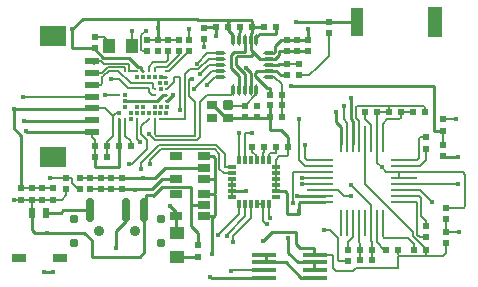
<source format=gtl>
G04 Layer_Physical_Order=1*
G04 Layer_Color=255*
%FSLAX25Y25*%
%MOIN*%
G70*
G01*
G75*
%ADD10R,0.01969X0.02362*%
%ADD11R,0.02362X0.01969*%
%ADD12R,0.09000X0.00900*%
%ADD13R,0.00900X0.09000*%
%ADD14R,0.01200X0.02800*%
%ADD15R,0.02800X0.01200*%
%ADD16R,0.08700X0.07100*%
%ADD17R,0.05100X0.02400*%
%ADD18R,0.03937X0.05118*%
G04:AMPARAMS|DCode=19|XSize=35.43mil|YSize=31.5mil|CornerRadius=7.87mil|HoleSize=0mil|Usage=FLASHONLY|Rotation=180.000|XOffset=0mil|YOffset=0mil|HoleType=Round|Shape=RoundedRectangle|*
%AMROUNDEDRECTD19*
21,1,0.03543,0.01575,0,0,180.0*
21,1,0.01969,0.03150,0,0,180.0*
1,1,0.01575,-0.00984,0.00787*
1,1,0.01575,0.00984,0.00787*
1,1,0.01575,0.00984,-0.00787*
1,1,0.01575,-0.00984,-0.00787*
%
%ADD19ROUNDEDRECTD19*%
%ADD20R,0.03543X0.03150*%
G04:AMPARAMS|DCode=21|XSize=39mil|YSize=12mil|CornerRadius=6mil|HoleSize=0mil|Usage=FLASHONLY|Rotation=90.000|XOffset=0mil|YOffset=0mil|HoleType=Round|Shape=RoundedRectangle|*
%AMROUNDEDRECTD21*
21,1,0.03900,0.00000,0,0,90.0*
21,1,0.02700,0.01200,0,0,90.0*
1,1,0.01200,0.00000,0.01350*
1,1,0.01200,0.00000,-0.01350*
1,1,0.01200,0.00000,-0.01350*
1,1,0.01200,0.00000,0.01350*
%
%ADD21ROUNDEDRECTD21*%
G04:AMPARAMS|DCode=22|XSize=39mil|YSize=12mil|CornerRadius=6mil|HoleSize=0mil|Usage=FLASHONLY|Rotation=0.000|XOffset=0mil|YOffset=0mil|HoleType=Round|Shape=RoundedRectangle|*
%AMROUNDEDRECTD22*
21,1,0.03900,0.00000,0,0,0.0*
21,1,0.02700,0.01200,0,0,0.0*
1,1,0.01200,0.01350,0.00000*
1,1,0.01200,-0.01350,0.00000*
1,1,0.01200,-0.01350,0.00000*
1,1,0.01200,0.01350,0.00000*
%
%ADD22ROUNDEDRECTD22*%
%ADD23R,0.04000X0.09646*%
%ADD24R,0.03937X0.02756*%
%ADD25R,0.03937X0.02559*%
%ADD26R,0.05118X0.03937*%
G04:AMPARAMS|DCode=27|XSize=27.56mil|YSize=78.74mil|CornerRadius=6.89mil|HoleSize=0mil|Usage=FLASHONLY|Rotation=0.000|XOffset=0mil|YOffset=0mil|HoleType=Round|Shape=RoundedRectangle|*
%AMROUNDEDRECTD27*
21,1,0.02756,0.06496,0,0,0.0*
21,1,0.01378,0.07874,0,0,0.0*
1,1,0.01378,0.00689,-0.03248*
1,1,0.01378,-0.00689,-0.03248*
1,1,0.01378,-0.00689,0.03248*
1,1,0.01378,0.00689,0.03248*
%
%ADD27ROUNDEDRECTD27*%
G04:AMPARAMS|DCode=28|XSize=27.56mil|YSize=27.56mil|CornerRadius=6.89mil|HoleSize=0mil|Usage=FLASHONLY|Rotation=0.000|XOffset=0mil|YOffset=0mil|HoleType=Round|Shape=RoundedRectangle|*
%AMROUNDEDRECTD28*
21,1,0.02756,0.01378,0,0,0.0*
21,1,0.01378,0.02756,0,0,0.0*
1,1,0.01378,0.00689,-0.00689*
1,1,0.01378,-0.00689,-0.00689*
1,1,0.01378,-0.00689,0.00689*
1,1,0.01378,0.00689,0.00689*
%
%ADD28ROUNDEDRECTD28*%
%ADD29R,0.04724X0.03150*%
%ADD30R,0.02362X0.03347*%
%ADD31R,0.08000X0.01700*%
%ADD32C,0.01100*%
%ADD33C,0.01000*%
%ADD34C,0.00787*%
%ADD35R,0.04724X0.10236*%
%ADD36C,0.01575*%
%ADD37C,0.03543*%
D10*
X145000Y48469D02*
D03*
Y44532D02*
D03*
Y56968D02*
D03*
Y53031D02*
D03*
X146000Y15531D02*
D03*
Y19468D02*
D03*
Y23531D02*
D03*
Y27468D02*
D03*
X113500Y13468D02*
D03*
Y9532D02*
D03*
X139469Y17531D02*
D03*
Y21468D02*
D03*
Y47032D02*
D03*
Y50968D02*
D03*
X29000Y84469D02*
D03*
Y80532D02*
D03*
X46500Y79532D02*
D03*
Y83469D02*
D03*
X60500Y83469D02*
D03*
Y79532D02*
D03*
X53500Y83469D02*
D03*
Y79532D02*
D03*
X50000Y83469D02*
D03*
Y79532D02*
D03*
X57000Y79532D02*
D03*
Y83469D02*
D03*
X79000Y57563D02*
D03*
Y61500D02*
D03*
X65500Y83563D02*
D03*
Y87500D02*
D03*
X93000Y71563D02*
D03*
Y75500D02*
D03*
X83000Y61500D02*
D03*
Y57563D02*
D03*
X96500Y79563D02*
D03*
Y83500D02*
D03*
X100000Y79563D02*
D03*
Y83500D02*
D03*
X93000Y79563D02*
D03*
Y83500D02*
D03*
X97000Y75500D02*
D03*
Y71563D02*
D03*
X107000Y89468D02*
D03*
Y85532D02*
D03*
X24000Y37500D02*
D03*
Y33563D02*
D03*
X27500Y37500D02*
D03*
Y33563D02*
D03*
X31000Y37500D02*
D03*
Y33563D02*
D03*
X34500Y37500D02*
D03*
Y33563D02*
D03*
X38000Y37500D02*
D03*
Y33563D02*
D03*
X63500Y11095D02*
D03*
Y15032D02*
D03*
X15000Y30095D02*
D03*
Y34032D02*
D03*
X11500Y30063D02*
D03*
Y34000D02*
D03*
X8000Y30063D02*
D03*
Y34000D02*
D03*
X19500Y33563D02*
D03*
Y37500D02*
D03*
X4500Y30063D02*
D03*
Y34000D02*
D03*
D11*
X119000Y59500D02*
D03*
X122937D02*
D03*
X135000D02*
D03*
X138937D02*
D03*
X130937Y59500D02*
D03*
X127000D02*
D03*
X129937Y13500D02*
D03*
X126000D02*
D03*
X139437D02*
D03*
X135500D02*
D03*
X117500Y13500D02*
D03*
X121437D02*
D03*
X117500Y10000D02*
D03*
X121437D02*
D03*
X93468Y47609D02*
D03*
X89531D02*
D03*
X81532Y47609D02*
D03*
X85469D02*
D03*
X40968Y48000D02*
D03*
X37031D02*
D03*
X32969D02*
D03*
X29032D02*
D03*
X32969Y44500D02*
D03*
X29032D02*
D03*
X73469Y87532D02*
D03*
X69532D02*
D03*
X81468D02*
D03*
X77531D02*
D03*
X85532Y87532D02*
D03*
X89468D02*
D03*
X87532Y57531D02*
D03*
X91469D02*
D03*
X87532Y61532D02*
D03*
X91469D02*
D03*
X87532Y65031D02*
D03*
X91469D02*
D03*
D12*
X132010Y29510D02*
D03*
Y31479D02*
D03*
Y33447D02*
D03*
Y35416D02*
D03*
Y37384D02*
D03*
Y39353D02*
D03*
Y41321D02*
D03*
Y43290D02*
D03*
X104210D02*
D03*
Y41321D02*
D03*
Y39353D02*
D03*
Y37384D02*
D03*
Y35416D02*
D03*
Y33447D02*
D03*
Y31479D02*
D03*
Y29510D02*
D03*
D13*
X125000Y50300D02*
D03*
X123031D02*
D03*
X121063D02*
D03*
X119095D02*
D03*
X117126D02*
D03*
X115157D02*
D03*
X113189D02*
D03*
X111221D02*
D03*
Y22500D02*
D03*
X113189D02*
D03*
X115157D02*
D03*
X117126D02*
D03*
X119095D02*
D03*
X121063D02*
D03*
X123031D02*
D03*
X125000D02*
D03*
D14*
X86953Y28609D02*
D03*
X84984D02*
D03*
X83016D02*
D03*
X81032D02*
D03*
X79031D02*
D03*
X77031D02*
D03*
Y43391D02*
D03*
X79031D02*
D03*
X81032D02*
D03*
X83016D02*
D03*
X84984D02*
D03*
X86953D02*
D03*
D15*
X74632Y31009D02*
D03*
Y33009D02*
D03*
Y35009D02*
D03*
Y36993D02*
D03*
Y38962D02*
D03*
Y40930D02*
D03*
X89413D02*
D03*
Y38962D02*
D03*
Y36993D02*
D03*
Y35009D02*
D03*
Y33009D02*
D03*
Y31009D02*
D03*
D16*
X15200Y84750D02*
D03*
Y44250D02*
D03*
D17*
X28000Y52689D02*
D03*
Y56626D02*
D03*
Y60563D02*
D03*
Y64500D02*
D03*
Y68437D02*
D03*
Y72374D02*
D03*
Y76311D02*
D03*
D18*
X33626Y81500D02*
D03*
X41500D02*
D03*
D19*
X73500Y61532D02*
D03*
D20*
X67988D02*
D03*
Y57201D02*
D03*
X73500D02*
D03*
D21*
X75107Y83222D02*
D03*
X77048D02*
D03*
X78990D02*
D03*
X80990D02*
D03*
X75107Y66841D02*
D03*
X77049D02*
D03*
X78990D02*
D03*
X80990D02*
D03*
X82890D02*
D03*
Y83222D02*
D03*
D22*
X70810Y78922D02*
D03*
Y77022D02*
D03*
Y75022D02*
D03*
Y73080D02*
D03*
Y71139D02*
D03*
X87190Y71139D02*
D03*
Y73080D02*
D03*
Y75022D02*
D03*
Y77022D02*
D03*
Y78922D02*
D03*
D23*
X116500Y89500D02*
D03*
D24*
X56000Y44532D02*
D03*
Y37051D02*
D03*
Y32032D02*
D03*
Y24551D02*
D03*
D25*
X65449Y40791D02*
D03*
Y44532D02*
D03*
Y37051D02*
D03*
Y28291D02*
D03*
Y32032D02*
D03*
Y24551D02*
D03*
D26*
X56500Y11157D02*
D03*
Y19031D02*
D03*
D27*
X39500Y26587D02*
D03*
X45500D02*
D03*
X27500D02*
D03*
D28*
X22000Y15563D02*
D03*
Y23563D02*
D03*
X51000D02*
D03*
Y15563D02*
D03*
D29*
X17390Y10780D02*
D03*
X3610D02*
D03*
D30*
X12862Y25642D02*
D03*
X8138D02*
D03*
D31*
X85450Y11839D02*
D03*
Y9279D02*
D03*
Y6720D02*
D03*
Y4161D02*
D03*
X102550D02*
D03*
Y6720D02*
D03*
Y9279D02*
D03*
Y11839D02*
D03*
D32*
X50906Y57126D02*
D03*
X48937D02*
D03*
X46968D02*
D03*
X43031D02*
D03*
X41063D02*
D03*
X39094D02*
D03*
X37126D02*
D03*
X52874Y59095D02*
D03*
X50906D02*
D03*
X48937D02*
D03*
X46968D02*
D03*
X45000D02*
D03*
X43031D02*
D03*
X41063D02*
D03*
X37126D02*
D03*
X52874Y61063D02*
D03*
X50906D02*
D03*
X48937D02*
D03*
X45000D02*
D03*
X43031D02*
D03*
X39094D02*
D03*
X52874Y63032D02*
D03*
X39094D02*
D03*
X52874Y65000D02*
D03*
X48937D02*
D03*
X39094D02*
D03*
X37126D02*
D03*
X52874Y66969D02*
D03*
X50906D02*
D03*
X48937D02*
D03*
X52874Y68937D02*
D03*
X50906D02*
D03*
X52874Y70906D02*
D03*
X50906D02*
D03*
X48937D02*
D03*
X46968D02*
D03*
X45000D02*
D03*
X43031D02*
D03*
X52874Y72874D02*
D03*
X48937D02*
D03*
X46968D02*
D03*
X45000D02*
D03*
X43031D02*
D03*
X39094D02*
D03*
D33*
X44475Y73399D02*
Y74318D01*
X43556D02*
X44475D01*
Y73399D02*
X45000Y72874D01*
X40374Y77500D02*
X43556Y74318D01*
X31835Y77500D02*
X40374D01*
X38000Y37500D02*
X48968D01*
X61000Y28291D02*
X61000Y28291D01*
Y34500D01*
X54000Y28000D02*
X56000Y26000D01*
Y24551D02*
Y26000D01*
X81468Y87532D02*
Y89531D01*
X81000Y90000D02*
X81468Y89531D01*
X74000Y90000D02*
X81000D01*
X73469Y89468D02*
X74000Y90000D01*
X73469Y87532D02*
Y89468D01*
X69532Y84531D02*
Y87532D01*
X76500Y78000D02*
X81000D01*
X76000Y77500D02*
X76500Y78000D01*
X76000Y75000D02*
Y77500D01*
X78990Y79510D02*
Y82622D01*
Y79510D02*
X79000Y79500D01*
X75500D02*
X79000D01*
X74500Y78500D02*
X75500Y79500D01*
X74500Y74000D02*
Y78500D01*
X90500Y75500D02*
X93000D01*
X90022Y75022D02*
X90500Y75500D01*
X86590Y75022D02*
X90022D01*
X86590Y73080D02*
X89420D01*
X65500Y87500D02*
X65531Y87532D01*
X69532D01*
X73469Y86532D02*
Y87532D01*
Y86532D02*
X75107Y84893D01*
Y82622D02*
Y84893D01*
X77531Y86032D02*
Y87532D01*
X77048Y85548D02*
X77531Y86032D01*
X77048Y82622D02*
Y85548D01*
X80990Y82622D02*
Y85490D01*
X81468Y85969D01*
Y87532D01*
X89468Y85532D02*
Y87532D01*
Y85532D02*
X89500Y85500D01*
X84000D02*
X89500D01*
X82890Y84390D02*
X84000Y85500D01*
X82890Y82622D02*
Y84390D01*
X81468Y87532D02*
X85532D01*
X96500Y79563D02*
X100000D01*
X93000D02*
X96500D01*
X90563D02*
X93000D01*
X90500Y79500D02*
X90563Y79563D01*
X90500Y78500D02*
Y79500D01*
X89022Y77022D02*
X90500Y78500D01*
X86590Y77022D02*
X89022D01*
X96500Y83500D02*
X100000D01*
X93000D02*
X96500D01*
X91000D02*
X93000D01*
X89000Y81500D02*
X91000Y83500D01*
X89000Y79500D02*
Y81500D01*
X88422Y78922D02*
X89000Y79500D01*
X86590Y78922D02*
X88422D01*
X80990Y80010D02*
Y82622D01*
X87532Y57531D02*
Y61532D01*
X68468Y61532D02*
X72799Y57201D01*
X73500D01*
X67988Y61532D02*
X68020Y61500D01*
X51500Y34500D02*
X61000D01*
X48500Y31500D02*
X51500Y34500D01*
X45500Y12531D02*
Y26587D01*
X28000Y11032D02*
Y16532D01*
X25500Y19031D02*
X28000Y16532D01*
X8138Y19894D02*
X9000Y19031D01*
X8138Y19894D02*
Y25642D01*
X61209Y28291D02*
X65449D01*
X46000Y31532D02*
X48500D01*
X46000Y27087D02*
Y31532D01*
X45500Y26587D02*
X46000Y27087D01*
X52260Y40791D02*
X65449D01*
X51520Y37051D02*
X56000D01*
X48031Y33563D02*
X51520Y37051D01*
X69000Y36531D02*
Y44032D01*
X68500Y44532D02*
X69000Y44032D01*
X68500Y37031D02*
X69000Y36531D01*
X65469Y37031D02*
X68500D01*
X65449Y37051D02*
X65469Y37031D01*
X65449Y24551D02*
X68520D01*
X69000Y25032D01*
Y31532D01*
X65449Y32032D02*
X68500D01*
X56000Y19532D02*
Y24551D01*
X56500Y11157D02*
X63437D01*
X39500Y23031D02*
Y26587D01*
X18555D02*
X27500D01*
X17610Y25642D02*
X18555Y26587D01*
X12862Y25642D02*
X17610D01*
X69000Y32256D02*
Y36531D01*
X68500Y32032D02*
X68638Y31894D01*
X69000Y32256D01*
X65449Y44532D02*
X68500D01*
X48968Y37500D02*
X52260Y40791D01*
X44000Y11032D02*
X45500Y12531D01*
X36000Y19532D02*
X39500Y23031D01*
X28000Y11032D02*
X44000D01*
X36000Y19532D02*
X36000Y19532D01*
Y14000D02*
Y19532D01*
X68000Y24032D02*
X69000Y25032D01*
X68000Y12500D02*
Y24032D01*
X37126Y48094D02*
Y57126D01*
X115157Y48800D02*
Y56343D01*
X114500Y57000D02*
X115157Y56343D01*
X114500Y57000D02*
Y64000D01*
X111221Y48800D02*
Y54280D01*
X109500Y56000D02*
X111221Y54280D01*
X109500Y56000D02*
Y59500D01*
X97510Y29510D02*
X105710D01*
X97000Y29000D02*
X97510Y29510D01*
X29000Y80335D02*
X31835Y77500D01*
X21531Y80532D02*
X29000D01*
X21531Y87032D02*
X25000Y90500D01*
X63500Y90000D02*
X74000D01*
X63000Y90500D02*
X63500Y90000D01*
X50000Y83469D02*
Y90500D01*
X29032Y41032D02*
Y44500D01*
Y41032D02*
X29063Y41000D01*
X37000D01*
Y47969D01*
X145000Y44532D02*
X145031Y44500D01*
X38000Y33563D02*
X48031D01*
X27937Y60500D02*
X28000Y60563D01*
X14500Y60500D02*
X27937D01*
X100000Y83500D02*
Y87000D01*
X93468Y47609D02*
Y51032D01*
X87500Y53500D02*
X91000D01*
X87500D02*
Y57500D01*
X87532Y57531D01*
X87201Y57201D02*
X87500Y57500D01*
X73500Y57201D02*
X87201D01*
X91000Y53500D02*
X93468Y51032D01*
X74641Y33000D02*
X79500D01*
X74500Y74000D02*
X77049Y71451D01*
X83978Y77022D02*
X86590D01*
X76000Y75000D02*
X78990Y72010D01*
X89420Y73080D02*
X90937Y71563D01*
X93000D01*
X83080Y73080D02*
X86590D01*
X82500Y72500D02*
X83080Y73080D01*
X79500Y74000D02*
X80990Y72510D01*
X78990Y67441D02*
Y72010D01*
X82500Y71500D02*
Y72500D01*
Y71500D02*
X86500Y67500D01*
X87500D01*
X87532Y67469D01*
Y65031D02*
Y67469D01*
X80990Y67441D02*
Y72510D01*
X77049Y67441D02*
Y71451D01*
X80990Y80010D02*
X83978Y77022D01*
X25000Y90500D02*
X50000D01*
X63000D01*
X85950Y9279D02*
Y11839D01*
X102050Y6720D02*
Y9279D01*
X97839Y4161D02*
X102050D01*
X92721Y9279D02*
X97839Y4161D01*
X85950Y9279D02*
X92721D01*
X67839Y4161D02*
X85950D01*
X96720Y9279D02*
X102050D01*
X93500Y12500D02*
X96720Y9279D01*
X93500Y12500D02*
Y17500D01*
X96000Y89500D02*
X106968D01*
X107000D02*
X116500D01*
X145000Y53031D02*
Y53043D01*
X50906Y70906D02*
X52874D01*
X51756Y65000D02*
X52874D01*
Y63032D02*
X53031D01*
X55000Y65000D01*
X39094Y63032D02*
X49787D01*
X51756Y65000D01*
X27874Y56500D02*
X28000Y56626D01*
X5500Y56500D02*
X27874D01*
X96500Y31479D02*
X105710D01*
X81000Y78000D02*
X82000Y79000D01*
X145031Y44500D02*
X150000D01*
X142000Y53043D02*
X145000D01*
X142000D02*
Y68000D01*
X94500D02*
X142000D01*
X63500Y15032D02*
Y19000D01*
X61000Y21500D02*
X63500Y19000D01*
X61000Y21500D02*
Y28291D01*
X85000Y16500D02*
X88000Y19500D01*
X96000D01*
Y15500D02*
Y19500D01*
Y15500D02*
X97500Y14000D01*
X102000D01*
X102050Y13950D01*
Y11839D02*
Y13950D01*
X89413Y33009D02*
X89423Y33000D01*
X92500D01*
X93000Y32500D01*
Y25500D02*
Y32500D01*
X21531Y80532D02*
Y87032D01*
X6311Y52689D02*
X28000D01*
X6000Y53000D02*
X6311Y52689D01*
X4500Y34000D02*
Y51500D01*
X2000Y54000D02*
X4500Y51500D01*
X2000Y54000D02*
Y60500D01*
X2000Y60500D01*
X14500D01*
X97000Y25500D02*
Y26500D01*
Y29000D01*
X93000Y25500D02*
X97000D01*
X9000Y19031D02*
X25500D01*
X12000Y6000D02*
X15000D01*
D34*
X40500Y42000D02*
X41500D01*
X46500Y47000D01*
Y50000D01*
X137553Y33447D02*
X141500Y29500D01*
X114500Y35000D02*
X121063Y28437D01*
Y24000D02*
Y28437D01*
X97000Y71563D02*
X100563D01*
X70500Y40500D02*
X72038Y38962D01*
X74632D01*
X72570Y40930D02*
X74632D01*
X77031Y25500D02*
Y28609D01*
X65500Y81000D02*
Y83563D01*
X93000Y75500D02*
X97000D01*
X79000Y61500D02*
X82890Y65390D01*
Y67441D01*
X86590Y71139D02*
X88861D01*
X91469Y61532D02*
Y65031D01*
Y57531D02*
Y61532D01*
X73532Y61500D02*
X79000D01*
X73500Y61532D02*
X73532Y61500D01*
X14031Y37500D02*
X19500D01*
X8000Y25780D02*
Y30063D01*
X34500Y33563D02*
X38000D01*
X31000D02*
X34500D01*
X27500D02*
X31000D01*
X34500Y37500D02*
X38000D01*
X31000D02*
X34500D01*
X27500D02*
X31000D01*
X24000D02*
X27500D01*
X21500Y35531D02*
X23469Y33563D01*
X21500Y35531D02*
Y37031D01*
X21032Y37500D02*
X21500Y37031D01*
X19500Y37500D02*
X21032D01*
X19500Y31532D02*
Y33563D01*
X18063Y30095D02*
X19500Y31532D01*
X15000Y30095D02*
X18063D01*
X11500Y34000D02*
X14968D01*
X8000D02*
X11500D01*
X4500D02*
X8000D01*
X11500Y30063D02*
X14968D01*
X8000D02*
X11500D01*
X4500D02*
X8000D01*
X124589Y40911D02*
X126147Y39353D01*
X123031Y42469D02*
X124589Y40911D01*
X135000Y18000D02*
X139437Y13563D01*
X135000Y18000D02*
Y19500D01*
X119095Y35405D02*
X135000Y19500D01*
X119095Y35405D02*
Y48800D01*
X126500Y61500D02*
X127000Y61000D01*
X116000Y61000D02*
X116500Y61500D01*
X116000Y57500D02*
Y61000D01*
Y57500D02*
X117126Y56374D01*
Y48800D02*
Y56374D01*
X130510Y37384D02*
Y39353D01*
X126147D02*
X130510D01*
X123031Y42469D02*
Y48800D01*
X138937Y59500D02*
Y61063D01*
X127000Y59500D02*
Y61000D01*
X139469Y47032D02*
X139500Y47000D01*
Y43500D02*
Y47000D01*
X137321Y41321D02*
X139500Y43500D01*
X130510Y41321D02*
X137321D01*
X137469Y50968D02*
X139469D01*
X137000Y50500D02*
X137469Y50968D01*
X137000Y44000D02*
Y50500D01*
X136290Y43290D02*
X137000Y44000D01*
X130510Y43290D02*
X136290D01*
X130510Y33447D02*
X137553D01*
X139469Y21468D02*
Y23031D01*
X137681Y24819D02*
X139469Y23031D01*
X137681Y24819D02*
Y30819D01*
X137021Y31479D02*
X137681Y30819D01*
X130510Y31479D02*
X137021D01*
X137469Y17531D02*
X139469D01*
X136500Y18500D02*
X137469Y17531D01*
X136500Y18500D02*
Y29000D01*
X135990Y29510D02*
X136500Y29000D01*
X130510Y29510D02*
X135990D01*
X139437Y11937D02*
Y13500D01*
X139000Y11500D02*
X139437Y11937D01*
X130500Y11500D02*
X139000D01*
X129937Y12063D02*
X130500Y11500D01*
X129937Y12063D02*
Y13500D01*
X135500D02*
Y15500D01*
X133500Y17500D02*
X135500Y15500D01*
X125500Y17500D02*
X133500D01*
X125000Y18000D02*
X125500Y17500D01*
X125000Y18000D02*
Y24000D01*
X123031Y15969D02*
X125500Y13500D01*
X123031Y15969D02*
Y24000D01*
X121500Y10063D02*
Y16000D01*
X121063Y16437D02*
X121500Y16000D01*
X121063Y16437D02*
Y24000D01*
X117500Y10000D02*
Y13500D01*
Y15500D01*
X117126Y15874D02*
X117500Y15500D01*
X117126Y15874D02*
Y24000D01*
X113500Y16000D02*
X115157Y17658D01*
Y24000D01*
X130937Y59500D02*
X135000D01*
X123126D02*
X127000D01*
X130937Y57437D02*
Y59500D01*
X130500Y57000D02*
X130937Y57437D01*
X126500Y57000D02*
X130500D01*
X125000Y55500D02*
X126500Y57000D01*
X125000Y48800D02*
Y55500D01*
X123031Y48800D02*
Y59405D01*
X119000Y57000D02*
Y59500D01*
Y57000D02*
X121063Y54937D01*
Y48800D02*
Y54937D01*
X28000Y60563D02*
X32437D01*
X74632Y35009D02*
Y36993D01*
Y33009D02*
Y35009D01*
X83016Y28609D02*
X84984D01*
X89413Y38962D02*
Y40930D01*
Y36993D02*
Y38962D01*
Y35009D02*
Y36993D01*
Y33009D02*
Y35009D01*
X93468Y45078D02*
Y47609D01*
X93000Y44609D02*
X93468Y45078D01*
X90500Y44609D02*
X93000D01*
X89413Y43523D02*
X90500Y44609D01*
X89413Y40930D02*
Y43523D01*
X89500Y45609D02*
Y47578D01*
X87500Y45609D02*
X89500D01*
X86953Y45062D02*
X87500Y45609D01*
X86953Y43391D02*
Y45062D01*
X85469Y47609D02*
X85500Y47578D01*
Y46109D02*
Y47578D01*
X84984Y45593D02*
X85500Y46109D01*
X84984Y43391D02*
Y45593D01*
X81532Y46078D02*
Y47609D01*
Y46078D02*
X83016Y44593D01*
Y43391D02*
Y44593D01*
X46968Y74468D02*
X48500Y76000D01*
X46968Y72874D02*
Y74468D01*
X48937Y72874D02*
Y73937D01*
X28000Y72374D02*
X31374D01*
X40968Y48000D02*
Y49531D01*
X39094Y51406D02*
X40968Y49531D01*
X39094Y51406D02*
Y57126D01*
X32969Y48000D02*
Y49468D01*
X35000Y51500D01*
Y58000D01*
X36094Y59095D01*
X29032Y48000D02*
Y49968D01*
X28000Y51000D02*
X29032Y49968D01*
X28000Y51000D02*
Y52689D01*
X29032Y44500D02*
Y48000D01*
X32969Y44500D02*
Y48000D01*
X33626Y81500D02*
Y82811D01*
X31969Y84469D02*
X33626Y82811D01*
X29000Y84469D02*
X31969D01*
X32437Y60563D02*
X35000Y58000D01*
X67022Y75022D02*
X71410D01*
X68080Y73080D02*
X71410D01*
X62000Y67000D02*
X68080Y73080D01*
X69139Y71139D02*
X71410D01*
X75107Y65607D02*
Y67441D01*
X74500Y65000D02*
X75107Y65607D01*
X66500Y68500D02*
X69139Y71139D01*
X77000Y25500D02*
X77031Y25469D01*
X79031Y24532D02*
Y28609D01*
X81000Y24000D02*
X81032D01*
Y28609D01*
X79000Y52500D02*
X81500D01*
X79031Y43391D02*
Y52500D01*
X77000D02*
X77031Y52469D01*
Y43391D02*
Y52469D01*
X75000Y16000D02*
Y18000D01*
X81000Y24000D01*
X73000Y18000D02*
Y18500D01*
X79031Y24532D01*
X70000Y18500D02*
X77000Y25500D01*
X41457Y81543D02*
Y86457D01*
X36094Y59095D02*
X37126D01*
X113189Y48800D02*
Y55811D01*
X112000Y57000D02*
X113189Y55811D01*
X112000Y57000D02*
Y61500D01*
X99710Y43290D02*
X105710D01*
X99000Y44000D02*
X99710Y43290D01*
X99000Y44000D02*
Y48500D01*
X99179Y41321D02*
X105710D01*
X97000Y43500D02*
X99179Y41321D01*
X97000Y43500D02*
Y50000D01*
Y57000D01*
X85750Y22250D02*
X86250D01*
X86500Y22000D01*
X84984Y23016D02*
X85750Y22250D01*
X84984Y23016D02*
Y28609D01*
X86953Y24547D02*
Y28609D01*
Y24547D02*
X87500Y24000D01*
X95000Y39353D02*
X105710D01*
Y33447D02*
X110053D01*
X112000Y31500D01*
X114500D01*
X31374Y72374D02*
X33319Y74319D01*
X28000Y76311D02*
X28811Y75500D01*
X31189Y76311D02*
X32000Y75500D01*
X28000Y76311D02*
X31189D01*
X33319Y74319D02*
X38984D01*
X32000Y75500D02*
X40405D01*
X44969Y79532D02*
X46500D01*
X60500Y83469D02*
Y87000D01*
X46500Y83469D02*
X50000D01*
X57000D01*
X67022Y77022D02*
X71410D01*
X63575Y73575D02*
X67022Y77022D01*
X63000Y75500D02*
X66422Y78922D01*
X71410D01*
X139437Y11937D02*
X139874Y11500D01*
X145000D01*
X116000Y7500D02*
X130000D01*
Y11000D01*
X130500Y11500D01*
X145000D02*
X146000Y12500D01*
Y15531D01*
X130510Y39353D02*
X151647D01*
X152500Y38500D01*
Y28000D02*
Y38500D01*
X151969Y27468D02*
X152500Y28000D01*
X146000Y27468D02*
X151969D01*
X145000Y48469D02*
Y53031D01*
X146000Y19468D02*
Y23531D01*
X100563Y71563D02*
X103500Y74500D01*
X74632Y31009D02*
Y33009D01*
X88861Y71139D02*
X91469Y68532D01*
Y65031D02*
Y68532D01*
X113500Y13468D02*
Y16000D01*
X74721Y6720D02*
X85950D01*
X115000Y6500D02*
X116000Y7500D01*
X109500Y6500D02*
X115000D01*
X108500Y7500D02*
X109500Y6500D01*
X102050Y11839D02*
X108339D01*
X108500Y7500D02*
Y11677D01*
X108339Y11839D02*
X108500Y11677D01*
X105500Y20000D02*
X107500D01*
X110000Y17500D01*
Y10000D02*
Y17500D01*
Y10000D02*
X110468Y9532D01*
X113500D01*
X103500Y74500D02*
X107000Y78000D01*
Y85532D01*
X43031Y50468D02*
X44000Y49500D01*
X43031Y50468D02*
Y57126D01*
X47000Y52000D02*
X49000Y50000D01*
X63000D01*
X64075Y51075D01*
X66500Y65000D02*
X74500D01*
X64075Y62575D02*
X66500Y65000D01*
X64075Y51075D02*
Y62575D01*
X64000Y72000D02*
X67022Y75022D01*
X38984Y72984D02*
X39094Y72874D01*
X38984Y72984D02*
Y74319D01*
X48937Y52063D02*
Y57126D01*
X44500Y54658D02*
X46968Y57126D01*
X44500Y52000D02*
Y54658D01*
Y52000D02*
X46500Y50000D01*
X40626Y72874D02*
X43031D01*
X40432Y73068D02*
X40626Y72874D01*
X40432Y73068D02*
Y73454D01*
X40405Y73481D02*
X40432Y73454D01*
X40405Y73481D02*
Y75500D01*
X44500Y80000D02*
X44969Y79532D01*
X44500Y80000D02*
Y85000D01*
X46000Y86500D01*
X48937Y73937D02*
X49500Y74500D01*
X48500Y67405D02*
X48937Y66969D01*
X52874D02*
X53133D01*
X48000Y65000D02*
X48937D01*
X47000Y66000D02*
X48000Y65000D01*
X53133Y66969D02*
X55500Y69336D01*
Y71000D01*
X47000Y66000D02*
Y67500D01*
X48500Y67405D02*
Y69000D01*
X31000Y68500D02*
X31500Y69000D01*
X41000D02*
X48500D01*
X36862Y73138D02*
X41000Y69000D01*
X33808Y73138D02*
X36862D01*
X31863Y71193D02*
X33808Y73138D01*
X31693Y71193D02*
X31863D01*
X31500Y71000D02*
X31693Y71193D01*
X31500Y69000D02*
Y71000D01*
X27937Y68500D02*
X31000D01*
X40000Y67500D02*
X47000D01*
X37000Y70500D02*
X40000Y67500D01*
X34500Y70500D02*
X37000D01*
X48937Y52063D02*
X49500Y51500D01*
X62394D01*
Y62606D01*
X49500Y74500D02*
X53000D01*
X57000Y78500D01*
Y79532D01*
X48500Y76000D02*
X52830D01*
X53500Y76670D01*
Y79532D01*
X52874Y72874D02*
X53843D01*
X60500Y79532D01*
X55500Y71000D02*
X57500D01*
X50906Y57126D02*
X59075D01*
Y71925D02*
X60724Y73575D01*
X63575D01*
X60425Y64575D02*
Y70500D01*
X61500D01*
X57500Y60000D02*
Y71000D01*
X59075Y57126D02*
Y71925D01*
X60425Y64575D02*
X62394Y62606D01*
X5000Y64500D02*
X28000D01*
X32500Y65000D02*
X37126D01*
X70500Y40500D02*
Y45500D01*
X69000Y47000D02*
X70500Y45500D01*
X51000Y47000D02*
X69000D01*
X47500Y43500D02*
X51000Y47000D01*
X47500Y42000D02*
Y43500D01*
X72570Y40930D02*
Y45430D01*
X69500Y48500D02*
X72570Y45430D01*
X50500Y48500D02*
X69500D01*
X44500Y42500D02*
X50500Y48500D01*
X44500Y40500D02*
Y42500D01*
X98116Y37384D02*
X105710D01*
X105626Y35500D02*
X105710Y35416D01*
X98000Y35500D02*
X105626D01*
X145000Y56968D02*
X145031Y57000D01*
X149500D01*
X146031Y19500D02*
X146031Y19500D01*
X150500D01*
X116500Y61500D02*
X138500D01*
X138937Y61063D01*
X130510Y35416D02*
X150000D01*
X94925Y39278D02*
X95000Y39353D01*
X94925Y29000D02*
Y39278D01*
X2063Y30063D02*
X4500D01*
D35*
X142484Y89500D02*
D03*
D36*
X40500Y42000D02*
D03*
X141500Y29500D02*
D03*
X114500Y35000D02*
D03*
X54000Y28000D02*
D03*
X68000Y57000D02*
D03*
X83000Y61500D02*
D03*
X65500Y81000D02*
D03*
X69532Y84531D02*
D03*
X73500Y61532D02*
D03*
X14031Y37500D02*
D03*
X124589Y40911D02*
D03*
X99000Y48500D02*
D03*
X43031Y70906D02*
D03*
X39094Y65000D02*
D03*
X41063Y59095D02*
D03*
X43031D02*
D03*
X39094Y63032D02*
D03*
Y61063D02*
D03*
X62000Y67000D02*
D03*
X66500Y68500D02*
D03*
X46968Y59095D02*
D03*
X81500Y52500D02*
D03*
X77000D02*
D03*
X44000Y49500D02*
D03*
X75000Y16000D02*
D03*
X73000Y18000D02*
D03*
X36000Y14000D02*
D03*
X70000Y18500D02*
D03*
X68000Y12000D02*
D03*
X41457Y86457D02*
D03*
X114500Y64000D02*
D03*
X112000Y61500D02*
D03*
X109500Y59500D02*
D03*
X97000Y57000D02*
D03*
X114500Y31500D02*
D03*
X86500Y22000D02*
D03*
X87500Y24000D02*
D03*
X60500Y87000D02*
D03*
X57000Y79500D02*
D03*
X41063Y57126D02*
D03*
X37126Y59095D02*
D03*
X63000Y75500D02*
D03*
X45000Y37500D02*
D03*
X42500Y33500D02*
D03*
X100000Y87000D02*
D03*
X79500Y33000D02*
D03*
X96500Y31500D02*
D03*
X79500Y74000D02*
D03*
X79000Y83000D02*
D03*
X93500Y17500D02*
D03*
X67500Y4500D02*
D03*
X74500Y6500D02*
D03*
X105500Y20000D02*
D03*
X96000Y89500D02*
D03*
X45000Y59095D02*
D03*
X48937D02*
D03*
X47000Y52000D02*
D03*
X64000Y72000D02*
D03*
X52874Y59095D02*
D03*
X45000Y71000D02*
D03*
X47000D02*
D03*
X50000Y79500D02*
D03*
X46000Y86500D02*
D03*
X50000Y87500D02*
D03*
X51000Y71000D02*
D03*
X49000D02*
D03*
X48937Y61063D02*
D03*
X50906Y68968D02*
D03*
X57500Y60000D02*
D03*
X55000Y65000D02*
D03*
X52874Y68937D02*
D03*
X51000Y67000D02*
D03*
Y61000D02*
D03*
X50906Y59031D02*
D03*
X52969Y61063D02*
D03*
X43031Y61063D02*
D03*
X45000D02*
D03*
X34500Y70500D02*
D03*
X61500D02*
D03*
X13000Y19000D02*
D03*
X5000Y64500D02*
D03*
X5500Y56500D02*
D03*
X32500Y65000D02*
D03*
X47500Y42000D02*
D03*
X44500Y40500D02*
D03*
X98000Y37500D02*
D03*
Y35500D02*
D03*
X149500Y57000D02*
D03*
X150000Y44500D02*
D03*
X150500Y19500D02*
D03*
X150000Y35500D02*
D03*
X94500Y68000D02*
D03*
X85000Y16500D02*
D03*
X95000Y29000D02*
D03*
X21500Y87000D02*
D03*
X6000Y53000D02*
D03*
X2000Y30000D02*
D03*
Y60500D02*
D03*
X97000Y26500D02*
D03*
X15000Y6000D02*
D03*
X12000D02*
D03*
D37*
X30500Y19563D02*
D03*
X42500D02*
D03*
M02*

</source>
